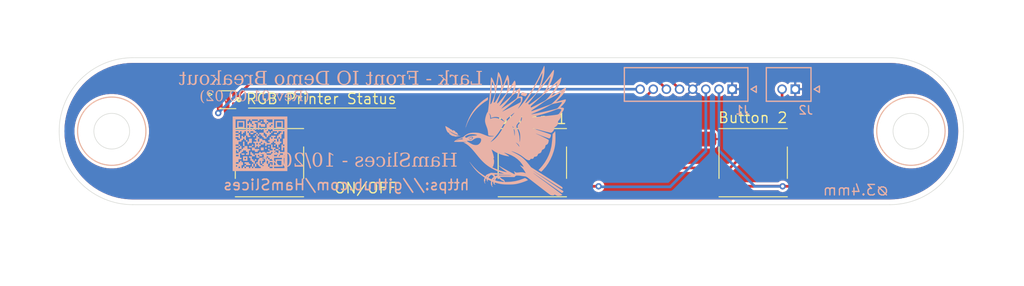
<source format=kicad_pcb>
(kicad_pcb (version 20241229) (generator "pcbnew") (generator_version "9.0")
  (title_block (title "Front IO") (date "2025-10-18") (rev "01.00.02") (comment 1 "Thermal Print Engine") (comment 2 "Designer: HamSlices") (comment 3 "The Lark Project"))
  (layers (0 "F.Cu" signal) (2 "B.Cu" signal) (13 "F.Paste" user) (15 "B.Paste" user) (5 "F.SilkS" user "F.Silkscreen") (7 "B.SilkS" user "B.Silkscreen") (1 "F.Mask" user) (3 "B.Mask" user) (25 "Edge.Cuts" user))
  (net 0 "")
  (net 1 "+3.3V")
  (net 2 "/LED1")
  (net 3 "/LED3")
  (net 4 "/LED2")
  (net 5 "GND")
  (net 6 "/BTN_1")
  (net 7 "/BTN_2")
  (net 8 "/POWER_SW")
  (footprint "Same Sky:TS04-66-65-BK-100-SMT" (layer "F.Cu") (at 153 99)
    (property "Reference" "SW1" (hide yes))
    (property "Value" "TS04-66-65-BK-100-SMT" (hide yes))
    (pad "1" smd roundrect (at -4.55 -2.25) (size 2.1 1.4) (layers "F.Cu" "F.Mask" "F.Paste") (net 5 "GND"))
    (pad "2" smd roundrect (at -4.55 2.25) (size 2.1 1.4) (layers "F.Cu" "F.Mask" "F.Paste") (net 6 "/BTN_1"))
    (pad "3" smd roundrect (at 4.55 -2.25) (size 2.1 1.4) (layers "F.Cu" "F.Mask" "F.Paste") (net 5 "GND"))
    (pad "4" smd roundrect (at 4.55 2.25) (size 2.1 1.4) (layers "F.Cu" "F.Mask" "F.Paste") (net 6 "/BTN_1"))
  )
  (footprint "Same Sky:TS04-66-65-BK-100-SMT" (layer "F.Cu") (at 174 99)
    (property "Reference" "SW2" (hide yes))
    (property "Value" "TS04-66-65-BK-100-SMT" (hide yes))
    (pad "1" smd roundrect (at -4.55 -2.25) (size 2.1 1.4) (layers "F.Cu" "F.Mask" "F.Paste") (net 5 "GND"))
    (pad "2" smd roundrect (at -4.55 2.25) (size 2.1 1.4) (layers "F.Cu" "F.Mask" "F.Paste") (net 7 "/BTN_2"))
    (pad "3" smd roundrect (at 4.55 -2.25) (size 2.1 1.4) (layers "F.Cu" "F.Mask" "F.Paste") (net 5 "GND"))
    (pad "4" smd roundrect (at 4.55 2.25) (size 2.1 1.4) (layers "F.Cu" "F.Mask" "F.Paste") (net 7 "/BTN_2"))
  )
  (footprint "Same Sky:TS04-66-65-BK-100-SMT" (layer "F.Cu") (at 128 99)
    (property "Reference" "SW3" (hide yes))
    (property "Value" "TS04-66-65-BK-100-SMT" (hide yes))
    (pad "1" smd roundrect (at -4.55 -2.25) (size 2.1 1.4) (layers "F.Cu" "F.Mask" "F.Paste") (net 5 "GND"))
    (pad "2" smd roundrect (at -4.55 2.25) (size 2.1 1.4) (layers "F.Cu" "F.Mask" "F.Paste") (net 8 "/POWER_SW"))
    (pad "3" smd roundrect (at 4.55 -2.25) (size 2.1 1.4) (layers "F.Cu" "F.Mask" "F.Paste") (net 5 "GND"))
    (pad "4" smd roundrect (at 4.55 2.25) (size 2.1 1.4) (layers "F.Cu" "F.Mask" "F.Paste") (net 8 "/POWER_SW"))
  )
  (footprint "QT Brightek (QTB):QBLP600-RGB5-3164" (layer "F.Cu") (at 124 93)
    (property "Reference" "D1" (hide yes))
    (property "Value" "QBLP600-RGB5-3164" (hide yes))
    (pad "1" smd roundrect (at -0.875 -0.5) (size 0.85 0.5) (layers "F.Cu" "F.Mask" "F.Paste") (roundrect_rratio 0.15) (net 2 "/LED1"))
    (pad "2" smd roundrect (at 0.875 -0.5) (size 0.85 0.5) (layers "F.Cu" "F.Mask" "F.Paste") (roundrect_rratio 0.15) (net 4 "/LED2"))
    (pad "3" smd roundrect (at -0.875 0.5) (size 0.85 0.5) (layers "F.Cu" "F.Mask" "F.Paste") (roundrect_rratio 0.15) (net 1 "+3.3V"))
    (pad "4" smd roundrect (at 0.875 0.5) (size 0.85 0.5) (layers "F.Cu" "F.Mask" "F.Paste") (roundrect_rratio 0.15) (net 3 "/LED3"))
  )
  (footprint "LOGO" (layer "B.Cu") (at 150.4 96 180)
    (property "Reference" "G***" (hide yes))
    (property "Value" "LOGO" (hide yes))
  )
  (footprint "Molex:0530470810" (layer "B.Cu") (at 172 92)
    (property "Reference" "J1" (at 1 2 0) (layer "B.SilkS") (effects (font (size 0.8 0.8) (thickness 0.125)) (justify mirror)))
    (property "Value" "0530470810" (hide yes))
    (pad "1" thru_hole rect (at 0 0) (size 0.9 0.9) (drill 0.6) (layers "*.Cu") (net 5 "GND"))
    (pad "2" thru_hole circle (at -1.25 0) (size 0.9 0.9) (drill 0.6) (layers "*.Cu") (net 7 "/BTN_2"))
    (pad "3" thru_hole circle (at -2.5 0) (size 0.9 0.9) (drill 0.6) (layers "*.Cu") (net 6 "/BTN_1"))
    (pad "4" thru_hole circle (at -3.75 0) (size 0.9 0.9) (drill 0.6) (layers "*.Cu") (net 5 "GND"))
    (pad "5" thru_hole circle (at -5 0) (size 0.9 0.9) (drill 0.6) (layers "*.Cu") (net 2 "/LED1"))
    (pad "6" thru_hole circle (at -6.25 0) (size 0.9 0.9) (drill 0.6) (layers "*.Cu") (net 4 "/LED2"))
    (pad "7" thru_hole circle (at -7.5 0) (size 0.9 0.9) (drill 0.6) (layers "*.Cu") (net 3 "/LED3"))
    (pad "8" thru_hole circle (at -8.75 0) (size 0.9 0.9) (drill 0.6) (layers "*.Cu") (net 1 "+3.3V"))
  )
  (footprint "Molex:530470210" (layer "B.Cu") (at 178 92)
    (property "Reference" "J2" (at 1 2 0) (layer "B.SilkS") (effects (font (size 0.8 0.8) (thickness 0.125)) (justify mirror)))
    (property "Value" "0530470210" (hide yes))
    (pad "1" thru_hole rect (at 0 0) (size 0.9 0.9) (drill 0.6) (layers "*.Cu") (net 5 "GND"))
    (pad "2" thru_hole circle (at -1.25 0) (size 0.9 0.9) (drill 0.6) (layers "*.Cu") (net 8 "/POWER_SW"))
  )
  (footprint "LOGO" (layer "B.Cu") (at 127.1 97.2 180)
    (property "Reference" "G***" (hide yes))
    (property "Value" "LOGO" (hide yes))
  )
  (gr_circle (center 189 96) (end 192.25 96) (stroke (width 0.1)) (fill no) (layer "F.SilkS"))
  (gr_circle (center 113 96) (end 116.25 96) (stroke (width 0.1)) (fill no) (layer "F.SilkS"))
  (gr_line (start 126 93.8) (end 140 93.8) (stroke (width 0.1)) (layer "F.SilkS"))
  (gr_circle (center 113 96) (end 109.75 96) (stroke (width 0.1)) (fill no) (layer "B.SilkS"))
  (gr_circle (center 189 96) (end 185.75 96) (stroke (width 0.1)) (fill no) (layer "B.SilkS"))
  (gr_arc (start 115 103) (mid 110.050253 100.949747) (end 108 96) (stroke (width 0.05)) (layer "Edge.Cuts"))
  (gr_line (start 187 103) (end 115 103) (stroke (width 0.05)) (layer "Edge.Cuts"))
  (gr_line (start 115 89) (end 187 89) (stroke (width 0.05)) (layer "Edge.Cuts"))
  (gr_circle (center 113 96) (end 114.7 96) (stroke (width 0.05)) (fill no) (layer "Edge.Cuts"))
  (gr_arc (start 187 89) (mid 191.949747 91.050253) (end 194 96) (stroke (width 0.05)) (layer "Edge.Cuts"))
  (gr_circle (center 189 96) (end 190.7 96) (stroke (width 0.05)) (fill no) (layer "Edge.Cuts"))
  (gr_arc (start 108 96) (mid 110.050253 91.050253) (end 115 89) (stroke (width 0.05)) (layer "Edge.Cuts"))
  (gr_arc (start 194 96) (mid 191.949747 100.949747) (end 187 103) (stroke (width 0.05)) (layer "Edge.Cuts"))
  (gr_text "Button 2" (at 170.6 95.3 0) (layer "F.SilkS") (effects (font (size 1 1) (thickness 0.125)) (justify left bottom)))
  (gr_text "Button 1" (at 149.6 95.4 0) (layer "F.SilkS") (effects (font (size 1 1) (thickness 0.125)) (justify left bottom)))
  (gr_text "RGB Printer Status" (at 125.7 93.5 0) (layer "F.SilkS") (effects (font (size 1 1) (thickness 0.125)) (justify left bottom)))
  (gr_text "ON/OFF" (at 134.1 102 0) (layer "F.SilkS") (effects (font (size 1 1) (thickness 0.125)) (justify left bottom)))
  (gr_text "Lark - Front IO Demo Breakout" (at 148.3 91.8 0) (layer "B.SilkS") (effects (font (size 1.3 1.3) (thickness 0.1625)) (justify left bottom mirror)))
  (gr_text "(Rev:${REVISION})" (at 131.8 93.3 0) (layer "B.SilkS") (effects (font (size 1 1) (thickness 0.125)) (justify left bottom mirror)))
  (gr_text "https://github.com/HamSlices" (at 147.1 101.7 0) (layer "B.SilkS") (effects (font (size 1 1)) (justify left bottom mirror)))
  (gr_text "⌀3.4mm" (at 187 102.2 0) (layer "B.SilkS") (effects (font (size 1 1) (thickness 0.125)) (justify left bottom mirror)))
  (gr_text "HamSlices - 10/2025" (at 145.9 99.6 0) (layer "B.SilkS") (effects (font (size 1.3 1.3) (thickness 0.1875)) (justify left bottom mirror)))
  (segment (start 123.125 94.275) (end 123.125 93.5) (width 0.254) (layer "F.Cu") (net 1))
  (segment (start 123.15 94.3) (end 123.125 94.275) (width 0.254) (layer "F.Cu") (net 1))
  (segment (start 123.2 94.3) (end 123.15 94.3) (width 0.254) (layer "F.Cu") (net 1))
  (via (at 123.125 94.275) (size 0.6) (drill 0.3) (layers "F.Cu" "B.Cu") (net 1))
  (segment (start 123.125 94.275) (end 125.4 92) (width 0.254) (layer "B.Cu") (net 1))
  (segment (start 125.4 92) (end 163.25 92) (width 0.254) (layer "B.Cu") (net 1))
  (segment (start 125.5 90.3) (end 123.3 92.5) (width 0.254) (layer "F.Cu") (net 2))
  (segment (start 165.3 90.3) (end 125.5 90.3) (width 0.254) (layer "F.Cu") (net 2))
  (segment (start 123.3 92.5) (end 123.125 92.5) (width 0.254) (layer "F.Cu") (net 2))
  (segment (start 167 92) (end 165.3 90.3) (width 0.254) (layer "F.Cu") (net 2))
  (segment (start 163 93.5) (end 164.5 92) (width 0.254) (layer "F.Cu") (net 3))
  (segment (start 124.875 93.5) (end 163 93.5) (width 0.254) (layer "F.Cu") (net 3))
  (segment (start 164.75 91) (end 165.75 92) (width 0.254) (layer "F.Cu") (net 4))
  (segment (start 125.1 92.5) (end 126.6 91) (width 0.254) (layer "F.Cu") (net 4))
  (segment (start 124.875 92.5) (end 125.1 92.5) (width 0.254) (layer "F.Cu") (net 4))
  (segment (start 126.6 91) (end 164.75 91) (width 0.254) (layer "F.Cu") (net 4))
  (segment (start 148.45 101.25) (end 157.55 101.25) (width 0.254) (layer "F.Cu") (net 6))
  (segment (start 159.3 101.25) (end 157.55 101.25) (width 0.254) (layer "F.Cu") (net 6))
  (via (at 159.3 101.25) (size 0.6) (drill 0.3) (layers "F.Cu" "B.Cu") (net 6))
  (segment (start 166.1 101.3) (end 169.5 97.9) (width 0.254) (layer "B.Cu") (net 6))
  (segment (start 169.5 97.9) (end 169.5 92) (width 0.254) (layer "B.Cu") (net 6))
  (segment (start 159.3 101.25) (end 159.35 101.3) (width 0.254) (layer "B.Cu") (net 6))
  (segment (start 159.35 101.3) (end 166.1 101.3) (width 0.254) (layer "B.Cu") (net 6))
  (segment (start 169.45 101.25) (end 178.55 101.25) (width 0.254) (layer "F.Cu") (net 7))
  (segment (start 176.8 101.25) (end 169.45 101.25) (width 0.254) (layer "F.Cu") (net 7))
  (via (at 176.8 101.25) (size 0.6) (drill 0.3) (layers "F.Cu" "B.Cu") (net 7))
  (segment (start 174.15 101.25) (end 170.75 97.85) (width 0.254) (layer "B.Cu") (net 7))
  (segment (start 170.75 97.85) (end 170.75 92) (width 0.254) (layer "B.Cu") (net 7))
  (segment (start 176.8 101.25) (end 174.15 101.25) (width 0.254) (layer "B.Cu") (net 7))
  (segment (start 176.75 94.55) (end 171.8 99.5) (width 0.254) (layer "F.Cu") (net 8))
  (segment (start 176.75 92) (end 176.75 94.55) (width 0.254) (layer "F.Cu") (net 8))
  (segment (start 132.95 101.25) (end 132.55 101.25) (width 0.254) (layer "F.Cu") (net 8))
  (segment (start 123.45 101.25) (end 132.55 101.25) (width 0.254) (layer "F.Cu") (net 8))
  (segment (start 134.7 99.5) (end 132.95 101.25) (width 0.254) (layer "F.Cu") (net 8))
  (segment (start 171.8 99.5) (end 134.7 99.5) (width 0.254) (layer "F.Cu") (net 8))
  (zone (net 5) (net_name "GND") (layers "F.Cu" "B.Cu") (connect_pads (clearance 0.254)) (min_thickness 0.1524) (fill yes (thermal_gap 0.2032) (thermal_bridge_width 0.2032))
    (polygon (pts (xy 107 88) (xy 107 104) (xy 195 104) (xy 195 88)))
  )
)
</source>
